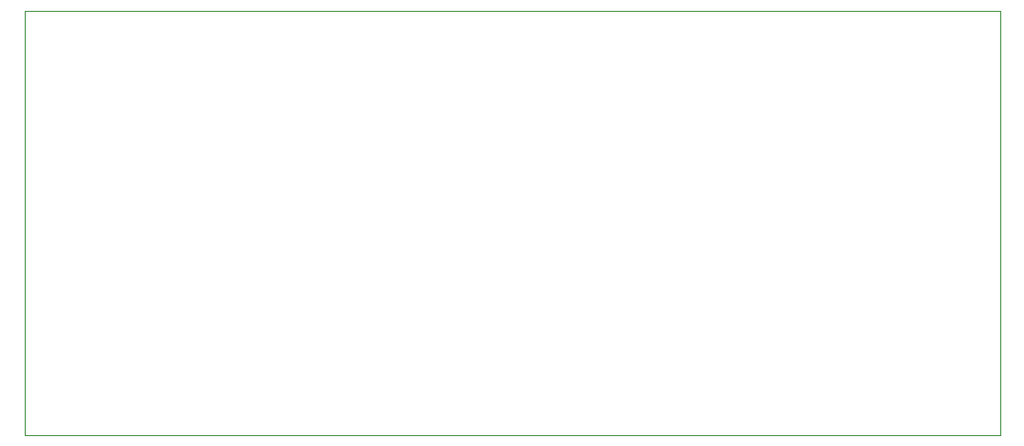
<source format=gbr>
%TF.GenerationSoftware,KiCad,Pcbnew,8.0.4*%
%TF.CreationDate,2025-06-08T15:43:54+10:00*%
%TF.ProjectId,USBPowerBlock,55534250-6f77-4657-9242-6c6f636b2e6b,rev?*%
%TF.SameCoordinates,Original*%
%TF.FileFunction,Profile,NP*%
%FSLAX46Y46*%
G04 Gerber Fmt 4.6, Leading zero omitted, Abs format (unit mm)*
G04 Created by KiCad (PCBNEW 8.0.4) date 2025-06-08 15:43:54*
%MOMM*%
%LPD*%
G01*
G04 APERTURE LIST*
%TA.AperFunction,Profile*%
%ADD10C,0.050000*%
%TD*%
G04 APERTURE END LIST*
D10*
X100580000Y-63620000D02*
X184030000Y-63620000D01*
X184030000Y-99940000D01*
X100580000Y-99940000D01*
X100580000Y-63620000D01*
M02*

</source>
